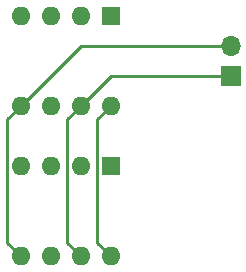
<source format=gbr>
%TF.GenerationSoftware,KiCad,Pcbnew,7.0.9*%
%TF.CreationDate,2023-12-12T23:50:20-05:00*%
%TF.ProjectId,attiny85,61747469-6e79-4383-952e-6b696361645f,rev?*%
%TF.SameCoordinates,Original*%
%TF.FileFunction,Copper,L1,Top*%
%TF.FilePolarity,Positive*%
%FSLAX46Y46*%
G04 Gerber Fmt 4.6, Leading zero omitted, Abs format (unit mm)*
G04 Created by KiCad (PCBNEW 7.0.9) date 2023-12-12 23:50:20*
%MOMM*%
%LPD*%
G01*
G04 APERTURE LIST*
%TA.AperFunction,ComponentPad*%
%ADD10R,1.600000X1.600000*%
%TD*%
%TA.AperFunction,ComponentPad*%
%ADD11O,1.600000X1.600000*%
%TD*%
%TA.AperFunction,ComponentPad*%
%ADD12R,1.700000X1.700000*%
%TD*%
%TA.AperFunction,ComponentPad*%
%ADD13O,1.700000X1.700000*%
%TD*%
%TA.AperFunction,Conductor*%
%ADD14C,0.250000*%
%TD*%
G04 APERTURE END LIST*
D10*
%TO.P,U2,1,D5(A0)/ADC0/PB5/~{RESET}*%
%TO.N,unconnected-(U2-D5(A0){slash}ADC0{slash}PB5{slash}~{RESET}-Pad1)*%
X153525000Y-92710000D03*
D11*
%TO.P,U2,2,D3(A3)/ADC3/PB3*%
%TO.N,unconnected-(U2-D3(A3){slash}ADC3{slash}PB3-Pad2)*%
X150985000Y-92710000D03*
%TO.P,U2,3,D4(A2)/ADC2/PB4*%
%TO.N,unconnected-(U2-D4(A2){slash}ADC2{slash}PB4-Pad3)*%
X148445000Y-92710000D03*
%TO.P,U2,4,GND*%
%TO.N,GND*%
X145905000Y-92710000D03*
%TO.P,U2,5,D0/MOSI/SDA/PB0*%
%TO.N,Net-(J1-Pin_2)*%
X145905000Y-100330000D03*
%TO.P,U2,6,D1/MISO/PB1*%
%TO.N,unconnected-(U2-D1{slash}MISO{slash}PB1-Pad6)*%
X148445000Y-100330000D03*
%TO.P,U2,7,D2(A1)/SCL/SCK/PB2*%
%TO.N,Net-(J1-Pin_1)*%
X150985000Y-100330000D03*
%TO.P,U2,8,VCC*%
%TO.N,VCC*%
X153525000Y-100330000D03*
%TD*%
D10*
%TO.P,U1,1,D5(A0)/ADC0/PB5/~{RESET}*%
%TO.N,unconnected-(U1-D5(A0){slash}ADC0{slash}PB5{slash}~{RESET}-Pad1)*%
X153525000Y-80010000D03*
D11*
%TO.P,U1,2,D3(A3)/ADC3/PB3*%
%TO.N,unconnected-(U1-D3(A3){slash}ADC3{slash}PB3-Pad2)*%
X150985000Y-80010000D03*
%TO.P,U1,3,D4(A2)/ADC2/PB4*%
%TO.N,unconnected-(U1-D4(A2){slash}ADC2{slash}PB4-Pad3)*%
X148445000Y-80010000D03*
%TO.P,U1,4,GND*%
%TO.N,GND*%
X145905000Y-80010000D03*
%TO.P,U1,5,D0/MOSI/SDA/PB0*%
%TO.N,Net-(J1-Pin_2)*%
X145905000Y-87630000D03*
%TO.P,U1,6,D1/MISO/PB1*%
%TO.N,unconnected-(U1-D1{slash}MISO{slash}PB1-Pad6)*%
X148445000Y-87630000D03*
%TO.P,U1,7,D2(A1)/SCL/SCK/PB2*%
%TO.N,Net-(J1-Pin_1)*%
X150985000Y-87630000D03*
%TO.P,U1,8,VCC*%
%TO.N,VCC*%
X153525000Y-87630000D03*
%TD*%
D12*
%TO.P,J1,1,Pin_1*%
%TO.N,Net-(J1-Pin_1)*%
X163685000Y-85090000D03*
D13*
%TO.P,J1,2,Pin_2*%
%TO.N,Net-(J1-Pin_2)*%
X163685000Y-82550000D03*
%TD*%
D14*
%TO.N,Net-(J1-Pin_1)*%
X153525000Y-85090000D02*
X163685000Y-85090000D01*
X150985000Y-87630000D02*
X153525000Y-85090000D01*
%TO.N,Net-(J1-Pin_2)*%
X150985000Y-82550000D02*
X163685000Y-82550000D01*
X145905000Y-87630000D02*
X150985000Y-82550000D01*
%TO.N,VCC*%
X152400000Y-88755000D02*
X153525000Y-87630000D01*
X152400000Y-99205000D02*
X152400000Y-88755000D01*
X153525000Y-100330000D02*
X152400000Y-99205000D01*
%TO.N,Net-(J1-Pin_2)*%
X144780000Y-88755000D02*
X145905000Y-87630000D01*
X144780000Y-99205000D02*
X144780000Y-88755000D01*
X145905000Y-100330000D02*
X144780000Y-99205000D01*
%TO.N,Net-(J1-Pin_1)*%
X149860000Y-99205000D02*
X149860000Y-88755000D01*
X149860000Y-88755000D02*
X150985000Y-87630000D01*
X150985000Y-100330000D02*
X149860000Y-99205000D01*
%TD*%
M02*

</source>
